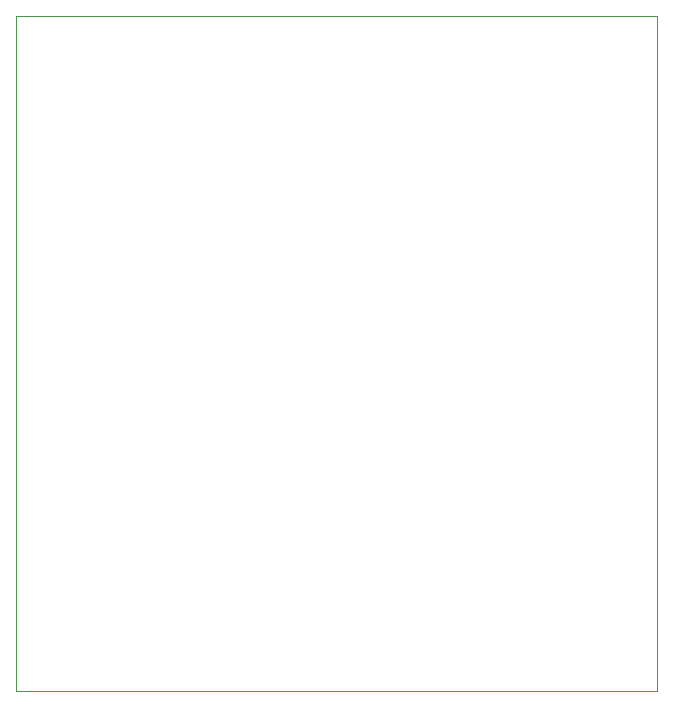
<source format=gbp>
G04 EAGLE Gerber RS-274X export*
G75*
%MOMM*%
%FSLAX34Y34*%
%LPD*%
%INSMD-Paste Unterseite*%
%IPPOS*%
%AMOC8*
5,1,8,0,0,1.08239X$1,22.5*%
G01*
%ADD10C,0.000000*%


D10*
X0Y0D02*
X542800Y0D01*
X542800Y571400D01*
X0Y571400D01*
X0Y0D01*
M02*

</source>
